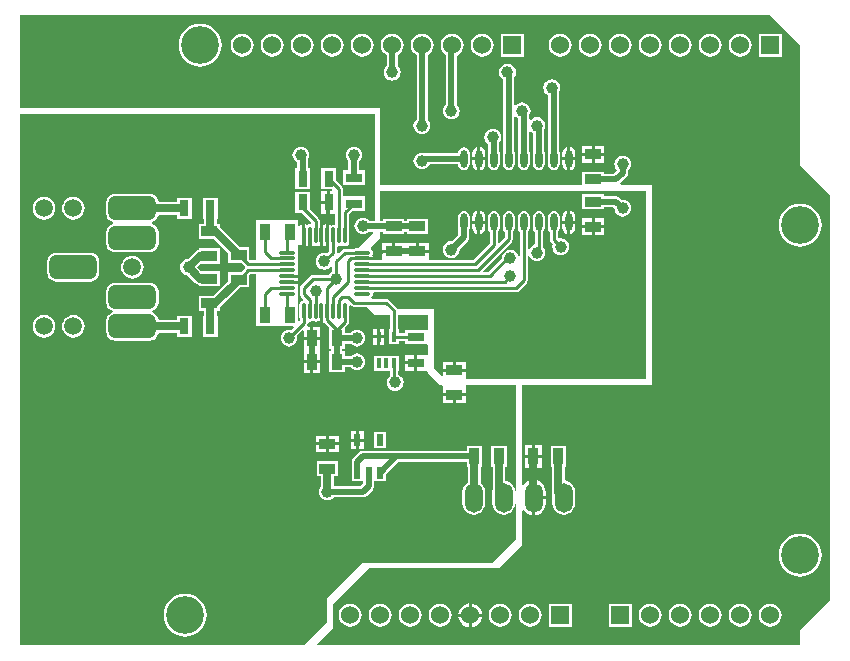
<source format=gtl>
%FSLAX25Y25*%
%MOIN*%
G70*
G01*
G75*
G04 Layer_Physical_Order=1*
G04 Layer_Color=255*
%ADD10R,0.05512X0.03543*%
%ADD11R,0.03543X0.05512*%
%ADD12O,0.05512X0.01181*%
%ADD13O,0.01181X0.05512*%
%ADD14O,0.02362X0.05906*%
%ADD15R,0.02362X0.03937*%
%ADD16R,0.01575X0.03347*%
%ADD17R,0.03150X0.05512*%
%ADD18R,0.05512X0.03150*%
%ADD19C,0.01000*%
%ADD20C,0.02000*%
%ADD21C,0.02500*%
%ADD22C,0.03937*%
%ADD23C,0.12598*%
%ADD24R,0.06000X0.06000*%
%ADD25C,0.06000*%
%ADD26O,0.05906X0.09843*%
G04:AMPARAMS|DCode=27|XSize=157.48mil|YSize=78.74mil|CornerRadius=19.69mil|HoleSize=0mil|Usage=FLASHONLY|Rotation=0.000|XOffset=0mil|YOffset=0mil|HoleType=Round|Shape=RoundedRectangle|*
%AMROUNDEDRECTD27*
21,1,0.15748,0.03937,0,0,0.0*
21,1,0.11811,0.07874,0,0,0.0*
1,1,0.03937,0.05906,-0.01969*
1,1,0.03937,-0.05906,-0.01969*
1,1,0.03937,-0.05906,0.01969*
1,1,0.03937,0.05906,0.01969*
%
%ADD27ROUNDEDRECTD27*%
%ADD28C,0.05906*%
G36*
X260000Y200000D02*
Y160000D01*
X270000Y150000D01*
Y15000D01*
X260000Y5000D01*
Y0D01*
X99079D01*
X98887Y462D01*
X104331Y5906D01*
Y13780D01*
X116142Y25591D01*
X159449D01*
Y25591D01*
X167323Y33465D01*
Y44855D01*
X167823Y45025D01*
X168283Y44425D01*
X169109Y43791D01*
X170071Y43393D01*
X170602Y43323D01*
Y49213D01*
Y55102D01*
X170071Y55032D01*
X169109Y54634D01*
X168283Y54000D01*
X167823Y53400D01*
X167323Y53570D01*
Y86614D01*
X210630D01*
Y153543D01*
X200095D01*
X199938Y153932D01*
X199930Y154043D01*
X202085Y156198D01*
X202483Y156794D01*
X202623Y157496D01*
Y158352D01*
X202762Y158458D01*
X203206Y159037D01*
X203485Y159710D01*
X203580Y160433D01*
X203485Y161156D01*
X203206Y161829D01*
X202762Y162408D01*
X202184Y162851D01*
X201510Y163130D01*
X200787Y163225D01*
X200065Y163130D01*
X199391Y162851D01*
X198813Y162408D01*
X198369Y161829D01*
X198090Y161156D01*
X197995Y160433D01*
X198090Y159710D01*
X198369Y159037D01*
X198813Y158459D01*
X198650Y157954D01*
X197846Y157150D01*
X194501D01*
Y157887D01*
X187389D01*
Y153543D01*
X120079D01*
Y179134D01*
X0D01*
Y210000D01*
X250000D01*
X260000Y200000D01*
D02*
G37*
G36*
X135827Y105418D02*
X135446Y105131D01*
X128334D01*
Y104081D01*
X126194D01*
Y105328D01*
X125932D01*
Y110236D01*
X135827D01*
Y105418D01*
D02*
G37*
G36*
X118110Y141508D02*
X116324D01*
X116148Y141738D01*
X115569Y142182D01*
X114896Y142461D01*
X114173Y142556D01*
X113451Y142461D01*
X112777Y142182D01*
X112199Y141738D01*
X111755Y141160D01*
X111476Y140487D01*
X111381Y139764D01*
X111476Y139041D01*
X111755Y138368D01*
X112199Y137789D01*
X112777Y137346D01*
X113451Y137066D01*
X114173Y136971D01*
X114896Y137066D01*
X115569Y137346D01*
X116148Y137789D01*
X116185Y137838D01*
X117446D01*
X117653Y137338D01*
X112638Y132323D01*
X111811D01*
X111347Y132231D01*
X108268D01*
X107761Y132130D01*
X107331Y131843D01*
X106109Y130622D01*
X105649Y130868D01*
X105656Y130905D01*
Y132650D01*
X106156Y133060D01*
X106299Y133031D01*
X106842Y133139D01*
X107283Y133434D01*
X107725Y133139D01*
X108268Y133031D01*
X108810Y133139D01*
X109270Y133446D01*
X109578Y133906D01*
X109686Y134449D01*
Y138779D01*
X109593Y139244D01*
Y143742D01*
X110720Y144869D01*
X114776D01*
Y149619D01*
X107665D01*
X107625Y150102D01*
Y151969D01*
X107524Y152476D01*
X107237Y152906D01*
X105131Y155011D01*
Y159068D01*
X100381D01*
Y151956D01*
X103984D01*
X104026Y151894D01*
X103758Y151394D01*
X103256D01*
Y147638D01*
Y143882D01*
X104974D01*
Y140578D01*
X104474Y140169D01*
X104331Y140197D01*
X103788Y140089D01*
X103520Y139910D01*
X103509Y139926D01*
X102983Y140278D01*
X102862Y140302D01*
Y136614D01*
Y132563D01*
X103005Y132445D01*
Y131455D01*
X102171Y130621D01*
X102101Y130650D01*
X101378Y130745D01*
X100655Y130650D01*
X99982Y130371D01*
X99403Y129927D01*
X98960Y129349D01*
X98681Y128675D01*
X98586Y127953D01*
X98681Y127230D01*
X98960Y126557D01*
X99403Y125978D01*
X99982Y125534D01*
X100655Y125256D01*
X101378Y125160D01*
X102101Y125256D01*
X102774Y125534D01*
X103352Y125978D01*
X103489Y126157D01*
X103990Y125987D01*
Y124495D01*
X103919Y124466D01*
X103340Y124022D01*
X102897Y123443D01*
X102867Y123373D01*
X97441D01*
X96934Y123272D01*
X96504Y122985D01*
X93551Y120032D01*
X93264Y119602D01*
X93163Y119095D01*
Y117126D01*
X93264Y116619D01*
X93551Y116189D01*
X94272Y115467D01*
X94108Y114925D01*
X93946Y114893D01*
X93486Y114585D01*
X93178Y114125D01*
X93070Y113583D01*
Y109252D01*
X93163Y108788D01*
Y108118D01*
X93020Y108014D01*
X92520Y108269D01*
Y120827D01*
X92567Y121063D01*
X92520Y121299D01*
Y122796D01*
X92567Y123031D01*
X92520Y123267D01*
Y133457D01*
X92602Y133515D01*
X93282Y133392D01*
X93341Y133302D01*
X93868Y132951D01*
X93988Y132927D01*
Y136614D01*
Y140302D01*
X93868Y140278D01*
X93341Y139926D01*
X93282Y139837D01*
X92602Y139713D01*
X92520Y139772D01*
Y141732D01*
X78740D01*
Y128294D01*
X76533D01*
X76390Y128437D01*
Y132690D01*
X73219D01*
X66548Y139361D01*
Y140564D01*
X65476D01*
Y142113D01*
X65761D01*
Y149225D01*
X61011D01*
Y142113D01*
X61296D01*
Y140564D01*
X59436D01*
Y135421D01*
X64576D01*
X69279Y130718D01*
Y127547D01*
X73532D01*
X74752Y126327D01*
X75011Y125984D01*
X74752Y125642D01*
X73532Y124422D01*
X69279D01*
Y121250D01*
X64576Y116548D01*
X59436D01*
Y111405D01*
X61296D01*
Y109855D01*
X61011D01*
Y102743D01*
X65761D01*
Y109855D01*
X65476D01*
Y111405D01*
X66548D01*
Y112608D01*
X73219Y119279D01*
X76390D01*
Y123532D01*
X76533Y123674D01*
X78740D01*
Y106299D01*
X90976D01*
X91167Y105837D01*
X90360Y105030D01*
X90290Y105059D01*
X89567Y105155D01*
X88844Y105059D01*
X88171Y104780D01*
X87592Y104337D01*
X87149Y103758D01*
X86870Y103085D01*
X86774Y102362D01*
X86870Y101639D01*
X87149Y100966D01*
X87592Y100388D01*
X88171Y99944D01*
X88844Y99665D01*
X89567Y99570D01*
X90290Y99665D01*
X90963Y99944D01*
X91541Y100388D01*
X91985Y100966D01*
X92264Y101639D01*
X92359Y102362D01*
X92264Y103085D01*
X92235Y103156D01*
X94011Y104931D01*
X94472Y104740D01*
Y102862D01*
X96744D01*
Y106118D01*
X95874D01*
X95607Y106618D01*
X95713Y106776D01*
X95814Y107283D01*
Y107454D01*
X96314Y107863D01*
X96457Y107834D01*
X96999Y107942D01*
X97441Y108237D01*
X97883Y107942D01*
X98425Y107834D01*
X98968Y107942D01*
X99236Y108122D01*
X99247Y108105D01*
X99773Y107754D01*
X99894Y107730D01*
Y111417D01*
X100894D01*
Y107721D01*
X101026Y107742D01*
X101381Y107397D01*
X101425Y107331D01*
X102940Y105815D01*
Y98806D01*
X103676D01*
Y98044D01*
X102940D01*
Y90932D01*
X108083D01*
Y92653D01*
X110123D01*
X110230Y92514D01*
X110809Y92070D01*
X111482Y91791D01*
X112205Y91696D01*
X112927Y91791D01*
X113601Y92070D01*
X114179Y92514D01*
X114623Y93092D01*
X114902Y93765D01*
X114997Y94488D01*
X114902Y95211D01*
X114623Y95884D01*
X114179Y96463D01*
X113601Y96907D01*
X112927Y97185D01*
X112205Y97281D01*
X111482Y97185D01*
X110809Y96907D01*
X110230Y96463D01*
X110123Y96324D01*
X108083D01*
Y98044D01*
X107347D01*
Y98806D01*
X108083D01*
Y100527D01*
X110123D01*
X110230Y100388D01*
X110809Y99944D01*
X111482Y99665D01*
X112205Y99570D01*
X112927Y99665D01*
X113601Y99944D01*
X114179Y100388D01*
X114623Y100966D01*
X114902Y101639D01*
X114997Y102362D01*
X114902Y103085D01*
X114623Y103758D01*
X114179Y104337D01*
X113601Y104780D01*
X112927Y105059D01*
X112205Y105155D01*
X111482Y105059D01*
X110809Y104780D01*
X110230Y104337D01*
X110123Y104198D01*
X108083D01*
Y105815D01*
X109205Y106937D01*
X109492Y107367D01*
X109593Y107874D01*
Y108788D01*
X109686Y109252D01*
Y113127D01*
X110186Y113334D01*
X110283Y113236D01*
X110713Y112949D01*
X111221Y112848D01*
X115499D01*
X118110Y110236D01*
X123281D01*
Y105328D01*
X123019D01*
Y100381D01*
X126194D01*
Y101430D01*
X128334D01*
Y100381D01*
X135446D01*
X135827Y100094D01*
Y97094D01*
X135646Y96669D01*
X135327Y96669D01*
X132390D01*
Y94095D01*
Y91520D01*
X135327D01*
X135646Y91520D01*
X135827Y91095D01*
Y91095D01*
Y90551D01*
X139764Y86614D01*
X140635D01*
X140929Y86236D01*
X140929Y86114D01*
Y83965D01*
X148441D01*
Y86114D01*
X148441Y86236D01*
X148736Y86614D01*
X165354D01*
Y51466D01*
X164854Y51433D01*
X164759Y52161D01*
X164380Y53074D01*
X163779Y53858D01*
X162995Y54459D01*
X162082Y54837D01*
X161736Y54883D01*
Y59436D01*
X162217D01*
Y66548D01*
X157074D01*
Y59436D01*
X157555D01*
Y52425D01*
X157446Y52161D01*
X157317Y51181D01*
Y47244D01*
X157446Y46264D01*
X157824Y45351D01*
X158426Y44568D01*
X159210Y43966D01*
X160123Y43588D01*
X161102Y43459D01*
X162082Y43588D01*
X162995Y43966D01*
X163779Y44568D01*
X164380Y45351D01*
X164759Y46264D01*
X164854Y46992D01*
X165354Y46959D01*
Y35433D01*
X165354D01*
X157480Y27559D01*
X114173D01*
X102362Y15748D01*
Y7874D01*
Y7874D01*
X94488Y0D01*
X0D01*
Y177165D01*
X118110D01*
Y141508D01*
D02*
G37*
G36*
X208661Y88583D02*
X148736D01*
X148441Y88961D01*
Y91232D01*
X140929D01*
Y90039D01*
X140467Y89848D01*
X137795Y92520D01*
Y110236D01*
Y112205D01*
X125775D01*
X125543Y112551D01*
X122985Y115111D01*
X122555Y115398D01*
X122047Y115499D01*
X117109D01*
X116964Y115976D01*
X116978Y116013D01*
X117144Y116123D01*
X117452Y116583D01*
X117560Y117126D01*
X117531Y117269D01*
X117940Y117769D01*
X165354D01*
X165862Y117870D01*
X166292Y118157D01*
X168792Y120657D01*
X169079Y121087D01*
X169180Y121595D01*
Y129762D01*
X169680Y129862D01*
X169826Y129509D01*
X170270Y128931D01*
X170848Y128487D01*
X171521Y128208D01*
X172244Y128113D01*
X172967Y128208D01*
X173640Y128487D01*
X174219Y128931D01*
X174662Y129509D01*
X174941Y130183D01*
X175037Y130905D01*
X174941Y131628D01*
X174662Y132302D01*
X174219Y132880D01*
X174180Y132910D01*
Y137676D01*
X174283Y137745D01*
X174721Y138400D01*
X174874Y139173D01*
Y142717D01*
X174721Y143490D01*
X174283Y144145D01*
X173627Y144583D01*
X172854Y144736D01*
X172081Y144583D01*
X171426Y144145D01*
X170988Y143490D01*
X170834Y142717D01*
Y139173D01*
X170988Y138400D01*
X171426Y137745D01*
X171529Y137676D01*
Y133604D01*
X171521Y133603D01*
X170848Y133324D01*
X170270Y132880D01*
X169826Y132302D01*
X169680Y131949D01*
X169180Y132049D01*
Y137676D01*
X169283Y137745D01*
X169720Y138400D01*
X169874Y139173D01*
Y142717D01*
X169720Y143490D01*
X169283Y144145D01*
X168627Y144583D01*
X167854Y144736D01*
X167081Y144583D01*
X166426Y144145D01*
X165988Y143490D01*
X165834Y142717D01*
Y139173D01*
X165988Y138400D01*
X166426Y137745D01*
X166529Y137676D01*
Y129890D01*
X166029Y129791D01*
X165804Y130333D01*
X165360Y130912D01*
X164782Y131355D01*
X164109Y131634D01*
X163386Y131729D01*
X162663Y131634D01*
X161990Y131355D01*
X161411Y130912D01*
X160968Y130333D01*
X160689Y129660D01*
X160603Y129013D01*
X155947Y124357D01*
X154444D01*
X154253Y124819D01*
X163792Y134358D01*
X164079Y134788D01*
X164180Y135295D01*
Y137676D01*
X164283Y137745D01*
X164720Y138400D01*
X164874Y139173D01*
Y142717D01*
X164720Y143490D01*
X164283Y144145D01*
X163627Y144583D01*
X162854Y144736D01*
X162081Y144583D01*
X161426Y144145D01*
X160988Y143490D01*
X160834Y142717D01*
Y139173D01*
X160988Y138400D01*
X161426Y137745D01*
X161529Y137676D01*
Y135844D01*
X159642Y133957D01*
X159180Y134149D01*
Y137676D01*
X159283Y137745D01*
X159721Y138400D01*
X159874Y139173D01*
Y142717D01*
X159721Y143490D01*
X159283Y144145D01*
X158627Y144583D01*
X157854Y144736D01*
X157081Y144583D01*
X156426Y144145D01*
X155988Y143490D01*
X155834Y142717D01*
Y139173D01*
X155988Y138400D01*
X156426Y137745D01*
X156529Y137676D01*
Y133797D01*
X151026Y128294D01*
X136489D01*
X136130Y128634D01*
X136130Y128794D01*
Y130905D01*
X132374D01*
Y131405D01*
X131874D01*
Y134177D01*
X128756D01*
X128618Y134177D01*
X128437D01*
X128256D01*
X128118Y134177D01*
X125000D01*
Y131405D01*
X124500D01*
Y130905D01*
X120744D01*
Y128794D01*
X120744Y128634D01*
X120385Y128294D01*
X120385Y128294D01*
X118145D01*
X118028Y128437D01*
X113976D01*
Y129437D01*
X117664D01*
X117640Y129558D01*
X117288Y130084D01*
X117272Y130095D01*
X117452Y130363D01*
X117560Y130905D01*
X117452Y131448D01*
X117144Y131908D01*
X116978Y132019D01*
X116896Y132644D01*
X120079Y135827D01*
Y137838D01*
X120944D01*
Y137102D01*
X128056D01*
Y137838D01*
X128818D01*
Y137102D01*
X135930D01*
Y142245D01*
X128818D01*
Y141508D01*
X128056D01*
Y142245D01*
X120944D01*
Y141508D01*
X120079D01*
Y151575D01*
X208661D01*
Y88583D01*
D02*
G37*
%LPC*%
G36*
X126194Y96469D02*
X117901D01*
Y91523D01*
X123281D01*
Y89769D01*
X123026Y89573D01*
X122582Y88995D01*
X122303Y88321D01*
X122208Y87598D01*
X122303Y86876D01*
X122582Y86202D01*
X123026Y85624D01*
X123604Y85180D01*
X124277Y84901D01*
X125000Y84806D01*
X125723Y84901D01*
X126396Y85180D01*
X126974Y85624D01*
X127418Y86202D01*
X127697Y86876D01*
X127792Y87598D01*
X127697Y88321D01*
X127418Y88995D01*
X126974Y89573D01*
X126396Y90017D01*
X125932Y90209D01*
Y91523D01*
X126194D01*
Y96469D01*
D02*
G37*
G36*
X96744Y93988D02*
X94472D01*
Y90732D01*
X96744D01*
Y93988D01*
D02*
G37*
G36*
X100016D02*
X97744D01*
Y90732D01*
X100016D01*
Y93988D01*
D02*
G37*
G36*
X144185Y94504D02*
X140929D01*
Y92232D01*
X144185D01*
Y94504D01*
D02*
G37*
G36*
X131390Y93594D02*
X128134D01*
Y91520D01*
X131390D01*
Y93594D01*
D02*
G37*
G36*
X106118Y69898D02*
X102862D01*
Y67626D01*
X106118D01*
Y69898D01*
D02*
G37*
G36*
X101862D02*
X98606D01*
Y67626D01*
X101862D01*
Y69898D01*
D02*
G37*
G36*
X121863Y71174D02*
X117901D01*
Y65637D01*
X121863D01*
Y71174D01*
D02*
G37*
G36*
X111902Y71374D02*
X110221D01*
Y68906D01*
X111902D01*
Y71374D01*
D02*
G37*
G36*
X148441Y82965D02*
X145185D01*
Y80693D01*
X148441D01*
Y82965D01*
D02*
G37*
G36*
X144185D02*
X140929D01*
Y80693D01*
X144185D01*
Y82965D01*
D02*
G37*
G36*
X114583Y71374D02*
X112902D01*
Y68906D01*
X114583D01*
Y71374D01*
D02*
G37*
G36*
X148441Y94504D02*
X145185D01*
Y92232D01*
X148441D01*
Y94504D01*
D02*
G37*
G36*
X121276Y105528D02*
X119988D01*
Y103354D01*
X121276D01*
Y105528D01*
D02*
G37*
G36*
X118988D02*
X117701D01*
Y103354D01*
X118988D01*
Y105528D01*
D02*
G37*
G36*
X100016Y106118D02*
X97744D01*
Y102862D01*
X100016D01*
Y106118D01*
D02*
G37*
G36*
X66548Y132296D02*
X59436D01*
Y131734D01*
X59043Y131656D01*
X58771Y131474D01*
X58364Y131202D01*
X58364Y131202D01*
X55914Y128752D01*
X55380Y128682D01*
X54706Y128402D01*
X54128Y127959D01*
X53684Y127380D01*
X53405Y126707D01*
X53310Y125984D01*
X53405Y125261D01*
X53684Y124588D01*
X54128Y124010D01*
X54706Y123566D01*
X55380Y123287D01*
X55914Y123217D01*
X58364Y120766D01*
X59043Y120313D01*
X59436Y120235D01*
Y119673D01*
X66548D01*
Y124816D01*
X60227D01*
X59058Y125984D01*
X60227Y127153D01*
X66548D01*
Y132296D01*
D02*
G37*
G36*
X177854Y144736D02*
X177081Y144583D01*
X176426Y144145D01*
X175988Y143490D01*
X175834Y142717D01*
Y139173D01*
X175988Y138400D01*
X176426Y137745D01*
X176529Y137676D01*
Y135138D01*
X176630Y134631D01*
X176917Y134201D01*
X177450Y133668D01*
X177421Y133597D01*
X177326Y132874D01*
X177421Y132151D01*
X177700Y131478D01*
X178144Y130900D01*
X178722Y130456D01*
X179395Y130177D01*
X180118Y130082D01*
X180841Y130177D01*
X181514Y130456D01*
X182093Y130900D01*
X182536Y131478D01*
X182815Y132151D01*
X182911Y132874D01*
X182815Y133597D01*
X182536Y134270D01*
X182093Y134848D01*
X181514Y135292D01*
X180841Y135571D01*
X180118Y135666D01*
X179646Y135604D01*
X179213Y135953D01*
X179180Y136023D01*
Y137676D01*
X179283Y137745D01*
X179720Y138400D01*
X179874Y139173D01*
Y142717D01*
X179720Y143490D01*
X179283Y144145D01*
X178627Y144583D01*
X177854Y144736D01*
D02*
G37*
G36*
X37402Y129769D02*
X36422Y129640D01*
X35509Y129262D01*
X34725Y128661D01*
X34124Y127877D01*
X33745Y126964D01*
X33616Y125984D01*
X33745Y125005D01*
X34124Y124092D01*
X34725Y123308D01*
X35509Y122706D01*
X36422Y122328D01*
X37402Y122199D01*
X38381Y122328D01*
X39294Y122706D01*
X40078Y123308D01*
X40680Y124092D01*
X41058Y125005D01*
X41187Y125984D01*
X41058Y126964D01*
X40680Y127877D01*
X40078Y128661D01*
X39294Y129262D01*
X38381Y129640D01*
X37402Y129769D01*
D02*
G37*
G36*
X23622Y130745D02*
X11811D01*
X11088Y130650D01*
X10415Y130371D01*
X9837Y129927D01*
X9393Y129349D01*
X9114Y128675D01*
X9019Y127953D01*
Y124016D01*
X9114Y123293D01*
X9393Y122619D01*
X9837Y122041D01*
X10415Y121598D01*
X11088Y121318D01*
X11811Y121223D01*
X23622D01*
X24345Y121318D01*
X25018Y121598D01*
X25597Y122041D01*
X26040Y122619D01*
X26319Y123293D01*
X26414Y124016D01*
Y127953D01*
X26319Y128675D01*
X26040Y129349D01*
X25597Y129927D01*
X25018Y130371D01*
X24345Y130650D01*
X23622Y130745D01*
D02*
G37*
G36*
X118988Y102354D02*
X117701D01*
Y100181D01*
X118988D01*
Y102354D01*
D02*
G37*
G36*
X100016Y101862D02*
X94472D01*
Y98744D01*
X94472Y98606D01*
Y98425D01*
Y98244D01*
X94472Y98106D01*
Y94988D01*
X100016D01*
Y98106D01*
X100016Y98244D01*
Y98425D01*
Y98606D01*
X100016Y98744D01*
Y101862D01*
D02*
G37*
G36*
X131390Y96669D02*
X128134D01*
Y94595D01*
X131390D01*
Y96669D01*
D02*
G37*
G36*
X121276Y102354D02*
X119988D01*
Y100181D01*
X121276D01*
Y102354D01*
D02*
G37*
G36*
X43307Y120903D02*
X31496D01*
X30773Y120808D01*
X30100Y120528D01*
X29522Y120085D01*
X29078Y119506D01*
X28799Y118833D01*
X28704Y118110D01*
Y114173D01*
X28799Y113451D01*
X29078Y112777D01*
X29522Y112199D01*
X30100Y111755D01*
X30773Y111476D01*
X30799Y111473D01*
Y110968D01*
X30773Y110965D01*
X30100Y110686D01*
X29522Y110242D01*
X29078Y109664D01*
X28799Y108990D01*
X28704Y108268D01*
Y104331D01*
X28799Y103608D01*
X29078Y102935D01*
X29522Y102356D01*
X30100Y101912D01*
X30773Y101634D01*
X31496Y101538D01*
X43307D01*
X44030Y101634D01*
X44703Y101912D01*
X45282Y102356D01*
X45725Y102935D01*
X46004Y103608D01*
X46084Y104209D01*
X52350D01*
Y102743D01*
X57099D01*
Y109855D01*
X52350D01*
Y108389D01*
X46084D01*
X46004Y108990D01*
X45725Y109664D01*
X45282Y110242D01*
X44703Y110686D01*
X44030Y110965D01*
X44004Y110968D01*
Y111473D01*
X44030Y111476D01*
X44703Y111755D01*
X45282Y112199D01*
X45725Y112777D01*
X46004Y113451D01*
X46099Y114173D01*
Y118110D01*
X46004Y118833D01*
X45725Y119506D01*
X45282Y120085D01*
X44703Y120528D01*
X44030Y120808D01*
X43307Y120903D01*
D02*
G37*
G36*
X17717Y110084D02*
X16737Y109955D01*
X15824Y109577D01*
X15040Y108976D01*
X14438Y108192D01*
X14060Y107279D01*
X13931Y106299D01*
X14060Y105320D01*
X14438Y104407D01*
X15040Y103623D01*
X15824Y103021D01*
X16737Y102643D01*
X17717Y102514D01*
X18696Y102643D01*
X19609Y103021D01*
X20393Y103623D01*
X20995Y104407D01*
X21373Y105320D01*
X21502Y106299D01*
X21373Y107279D01*
X20995Y108192D01*
X20393Y108976D01*
X19609Y109577D01*
X18696Y109955D01*
X17717Y110084D01*
D02*
G37*
G36*
X7874D02*
X6894Y109955D01*
X5982Y109577D01*
X5198Y108976D01*
X4596Y108192D01*
X4218Y107279D01*
X4089Y106299D01*
X4218Y105320D01*
X4596Y104407D01*
X5198Y103623D01*
X5982Y103021D01*
X6894Y102643D01*
X7874Y102514D01*
X8854Y102643D01*
X9767Y103021D01*
X10550Y103623D01*
X11152Y104407D01*
X11530Y105320D01*
X11659Y106299D01*
X11530Y107279D01*
X11152Y108192D01*
X10550Y108976D01*
X9767Y109577D01*
X8854Y109955D01*
X7874Y110084D01*
D02*
G37*
G36*
X114583Y67905D02*
X112902D01*
Y65437D01*
X114583D01*
Y67905D01*
D02*
G37*
G36*
X220000Y13833D02*
X219008Y13702D01*
X218084Y13319D01*
X217290Y12710D01*
X216681Y11916D01*
X216298Y10992D01*
X216167Y10000D01*
X216298Y9008D01*
X216681Y8084D01*
X217290Y7290D01*
X218084Y6681D01*
X219008Y6298D01*
X220000Y6167D01*
X220992Y6298D01*
X221916Y6681D01*
X222710Y7290D01*
X223319Y8084D01*
X223702Y9008D01*
X223833Y10000D01*
X223702Y10992D01*
X223319Y11916D01*
X222710Y12710D01*
X221916Y13319D01*
X220992Y13702D01*
X220000Y13833D01*
D02*
G37*
G36*
X210000D02*
X209008Y13702D01*
X208084Y13319D01*
X207290Y12710D01*
X206681Y11916D01*
X206298Y10992D01*
X206167Y10000D01*
X206298Y9008D01*
X206681Y8084D01*
X207290Y7290D01*
X208084Y6681D01*
X209008Y6298D01*
X210000Y6167D01*
X210992Y6298D01*
X211916Y6681D01*
X212710Y7290D01*
X213319Y8084D01*
X213702Y9008D01*
X213833Y10000D01*
X213702Y10992D01*
X213319Y11916D01*
X212710Y12710D01*
X211916Y13319D01*
X210992Y13702D01*
X210000Y13833D01*
D02*
G37*
G36*
X170000D02*
X169008Y13702D01*
X168084Y13319D01*
X167290Y12710D01*
X166681Y11916D01*
X166298Y10992D01*
X166167Y10000D01*
X166298Y9008D01*
X166681Y8084D01*
X167290Y7290D01*
X168084Y6681D01*
X169008Y6298D01*
X170000Y6167D01*
X170992Y6298D01*
X171916Y6681D01*
X172710Y7290D01*
X173319Y8084D01*
X173702Y9008D01*
X173833Y10000D01*
X173702Y10992D01*
X173319Y11916D01*
X172710Y12710D01*
X171916Y13319D01*
X170992Y13702D01*
X170000Y13833D01*
D02*
G37*
G36*
X230000D02*
X229008Y13702D01*
X228084Y13319D01*
X227290Y12710D01*
X226681Y11916D01*
X226298Y10992D01*
X226167Y10000D01*
X226298Y9008D01*
X226681Y8084D01*
X227290Y7290D01*
X228084Y6681D01*
X229008Y6298D01*
X230000Y6167D01*
X230992Y6298D01*
X231916Y6681D01*
X232710Y7290D01*
X233319Y8084D01*
X233702Y9008D01*
X233833Y10000D01*
X233702Y10992D01*
X233319Y11916D01*
X232710Y12710D01*
X231916Y13319D01*
X230992Y13702D01*
X230000Y13833D01*
D02*
G37*
G36*
X183800Y13800D02*
X176200D01*
Y6200D01*
X183800D01*
Y13800D01*
D02*
G37*
G36*
X250000Y13833D02*
X249008Y13702D01*
X248084Y13319D01*
X247290Y12710D01*
X246681Y11916D01*
X246298Y10992D01*
X246167Y10000D01*
X246298Y9008D01*
X246681Y8084D01*
X247290Y7290D01*
X248084Y6681D01*
X249008Y6298D01*
X250000Y6167D01*
X250992Y6298D01*
X251916Y6681D01*
X252710Y7290D01*
X253319Y8084D01*
X253702Y9008D01*
X253833Y10000D01*
X253702Y10992D01*
X253319Y11916D01*
X252710Y12710D01*
X251916Y13319D01*
X250992Y13702D01*
X250000Y13833D01*
D02*
G37*
G36*
X240000D02*
X239008Y13702D01*
X238084Y13319D01*
X237290Y12710D01*
X236681Y11916D01*
X236298Y10992D01*
X236167Y10000D01*
X236298Y9008D01*
X236681Y8084D01*
X237290Y7290D01*
X238084Y6681D01*
X239008Y6298D01*
X240000Y6167D01*
X240992Y6298D01*
X241916Y6681D01*
X242710Y7290D01*
X243319Y8084D01*
X243702Y9008D01*
X243833Y10000D01*
X243702Y10992D01*
X243319Y11916D01*
X242710Y12710D01*
X241916Y13319D01*
X240992Y13702D01*
X240000Y13833D01*
D02*
G37*
G36*
X160000D02*
X159008Y13702D01*
X158084Y13319D01*
X157290Y12710D01*
X156681Y11916D01*
X156298Y10992D01*
X156167Y10000D01*
X156298Y9008D01*
X156681Y8084D01*
X157290Y7290D01*
X158084Y6681D01*
X159008Y6298D01*
X160000Y6167D01*
X160992Y6298D01*
X161916Y6681D01*
X162710Y7290D01*
X163319Y8084D01*
X163702Y9008D01*
X163833Y10000D01*
X163702Y10992D01*
X163319Y11916D01*
X162710Y12710D01*
X161916Y13319D01*
X160992Y13702D01*
X160000Y13833D01*
D02*
G37*
G36*
X153969Y9500D02*
X150500D01*
Y6031D01*
X151044Y6103D01*
X152017Y6506D01*
X152853Y7147D01*
X153494Y7983D01*
X153897Y8956D01*
X153969Y9500D01*
D02*
G37*
G36*
X149500D02*
X146031D01*
X146103Y8956D01*
X146506Y7983D01*
X147147Y7147D01*
X147983Y6506D01*
X148956Y6103D01*
X149500Y6031D01*
Y9500D01*
D02*
G37*
G36*
X55000Y17134D02*
X53608Y16996D01*
X52270Y16590D01*
X51037Y15931D01*
X49956Y15044D01*
X49069Y13963D01*
X48409Y12730D01*
X48004Y11392D01*
X47866Y10000D01*
X48004Y8608D01*
X48409Y7270D01*
X49069Y6037D01*
X49956Y4956D01*
X51037Y4069D01*
X52270Y3409D01*
X53608Y3004D01*
X55000Y2866D01*
X56392Y3004D01*
X57730Y3409D01*
X58963Y4069D01*
X60044Y4956D01*
X60931Y6037D01*
X61590Y7270D01*
X61997Y8608D01*
X62134Y10000D01*
X61997Y11392D01*
X61590Y12730D01*
X60931Y13963D01*
X60044Y15044D01*
X58963Y15931D01*
X57730Y16590D01*
X56392Y16996D01*
X55000Y17134D01*
D02*
G37*
G36*
X110000Y13833D02*
X109008Y13702D01*
X108084Y13319D01*
X107290Y12710D01*
X106681Y11916D01*
X106298Y10992D01*
X106167Y10000D01*
X106298Y9008D01*
X106681Y8084D01*
X107290Y7290D01*
X108084Y6681D01*
X109008Y6298D01*
X110000Y6167D01*
X110992Y6298D01*
X111916Y6681D01*
X112710Y7290D01*
X113319Y8084D01*
X113702Y9008D01*
X113833Y10000D01*
X113702Y10992D01*
X113319Y11916D01*
X112710Y12710D01*
X111916Y13319D01*
X110992Y13702D01*
X110000Y13833D01*
D02*
G37*
G36*
X140000D02*
X139008Y13702D01*
X138084Y13319D01*
X137290Y12710D01*
X136681Y11916D01*
X136298Y10992D01*
X136167Y10000D01*
X136298Y9008D01*
X136681Y8084D01*
X137290Y7290D01*
X138084Y6681D01*
X139008Y6298D01*
X140000Y6167D01*
X140992Y6298D01*
X141916Y6681D01*
X142710Y7290D01*
X143319Y8084D01*
X143702Y9008D01*
X143833Y10000D01*
X143702Y10992D01*
X143319Y11916D01*
X142710Y12710D01*
X141916Y13319D01*
X140992Y13702D01*
X140000Y13833D01*
D02*
G37*
G36*
X130000D02*
X129008Y13702D01*
X128084Y13319D01*
X127290Y12710D01*
X126681Y11916D01*
X126298Y10992D01*
X126167Y10000D01*
X126298Y9008D01*
X126681Y8084D01*
X127290Y7290D01*
X128084Y6681D01*
X129008Y6298D01*
X130000Y6167D01*
X130992Y6298D01*
X131916Y6681D01*
X132710Y7290D01*
X133319Y8084D01*
X133702Y9008D01*
X133833Y10000D01*
X133702Y10992D01*
X133319Y11916D01*
X132710Y12710D01*
X131916Y13319D01*
X130992Y13702D01*
X130000Y13833D01*
D02*
G37*
G36*
X120000D02*
X119008Y13702D01*
X118084Y13319D01*
X117290Y12710D01*
X116681Y11916D01*
X116298Y10992D01*
X116167Y10000D01*
X116298Y9008D01*
X116681Y8084D01*
X117290Y7290D01*
X118084Y6681D01*
X119008Y6298D01*
X120000Y6167D01*
X120992Y6298D01*
X121916Y6681D01*
X122710Y7290D01*
X123319Y8084D01*
X123702Y9008D01*
X123833Y10000D01*
X123702Y10992D01*
X123319Y11916D01*
X122710Y12710D01*
X121916Y13319D01*
X120992Y13702D01*
X120000Y13833D01*
D02*
G37*
G36*
X170563Y66748D02*
X168291D01*
Y63492D01*
X170563D01*
Y66748D01*
D02*
G37*
G36*
X173835Y62492D02*
X171563D01*
Y59236D01*
X173835D01*
Y62492D01*
D02*
G37*
G36*
X170563D02*
X168291D01*
Y59236D01*
X170563D01*
Y62492D01*
D02*
G37*
G36*
X173835Y66748D02*
X171563D01*
Y63492D01*
X173835D01*
Y66748D01*
D02*
G37*
G36*
X111902Y67905D02*
X110221D01*
Y65437D01*
X111902D01*
Y67905D01*
D02*
G37*
G36*
X106118Y66626D02*
X102862D01*
Y64354D01*
X106118D01*
Y66626D01*
D02*
G37*
G36*
X101862D02*
X98606D01*
Y64354D01*
X101862D01*
Y66626D01*
D02*
G37*
G36*
X153950Y66548D02*
X148806D01*
Y64827D01*
X114173D01*
X113471Y64688D01*
X112875Y64290D01*
X111104Y62518D01*
X110706Y61923D01*
X110683Y61806D01*
X110566Y61221D01*
Y60347D01*
X110421D01*
Y54810D01*
X114306D01*
Y53910D01*
X113413Y53016D01*
X104452D01*
Y56287D01*
X105918D01*
Y61430D01*
X98806D01*
Y56287D01*
X100272D01*
Y53005D01*
X99944Y52577D01*
X99665Y51904D01*
X99570Y51181D01*
X99665Y50458D01*
X99944Y49785D01*
X100388Y49207D01*
X100966Y48763D01*
X101639Y48484D01*
X102362Y48389D01*
X103085Y48484D01*
X103758Y48763D01*
X104337Y49207D01*
X104444Y49346D01*
X114173D01*
X114759Y49462D01*
X114875Y49485D01*
X115471Y49883D01*
X117439Y51852D01*
X117705Y52250D01*
X117837Y52447D01*
X117977Y53150D01*
Y54810D01*
X121863D01*
Y56964D01*
X126056Y61157D01*
X148806D01*
Y59436D01*
X149288D01*
Y54491D01*
X149210Y54459D01*
X148426Y53858D01*
X147824Y53074D01*
X147446Y52161D01*
X147317Y51181D01*
Y47244D01*
X147446Y46264D01*
X147824Y45351D01*
X148426Y44568D01*
X149210Y43966D01*
X150123Y43588D01*
X151102Y43459D01*
X152082Y43588D01*
X152995Y43966D01*
X153779Y44568D01*
X154380Y45351D01*
X154759Y46264D01*
X154887Y47244D01*
Y51181D01*
X154759Y52161D01*
X154380Y53074D01*
X153779Y53858D01*
X153468Y54096D01*
Y59436D01*
X153950D01*
Y66548D01*
D02*
G37*
G36*
X150500Y13969D02*
Y10500D01*
X153969D01*
X153897Y11044D01*
X153494Y12017D01*
X152853Y12853D01*
X152017Y13494D01*
X151044Y13897D01*
X150500Y13969D01*
D02*
G37*
G36*
X149500D02*
X148956Y13897D01*
X147983Y13494D01*
X147147Y12853D01*
X146506Y12017D01*
X146103Y11044D01*
X146031Y10500D01*
X149500D01*
Y13969D01*
D02*
G37*
G36*
X203800Y13800D02*
X196200D01*
Y6200D01*
X203800D01*
Y13800D01*
D02*
G37*
G36*
X260000Y37134D02*
X258608Y36996D01*
X257270Y36591D01*
X256037Y35931D01*
X254956Y35044D01*
X254069Y33963D01*
X253410Y32730D01*
X253004Y31392D01*
X252866Y30000D01*
X253004Y28608D01*
X253410Y27270D01*
X254069Y26037D01*
X254956Y24956D01*
X256037Y24069D01*
X257270Y23410D01*
X258608Y23004D01*
X260000Y22866D01*
X261392Y23004D01*
X262730Y23410D01*
X263963Y24069D01*
X265044Y24956D01*
X265931Y26037D01*
X266590Y27270D01*
X266997Y28608D01*
X267134Y30000D01*
X266997Y31392D01*
X266590Y32730D01*
X265931Y33963D01*
X265044Y35044D01*
X263963Y35931D01*
X262730Y36591D01*
X261392Y36996D01*
X260000Y37134D01*
D02*
G37*
G36*
X171602Y55102D02*
Y49713D01*
X175089D01*
Y51181D01*
X174953Y52213D01*
X174555Y53175D01*
X173922Y54000D01*
X173096Y54634D01*
X172134Y55032D01*
X171602Y55102D01*
D02*
G37*
G36*
X181902Y66548D02*
X176759D01*
Y59436D01*
X177241D01*
Y50984D01*
X177241Y50984D01*
X177317Y50599D01*
Y47244D01*
X177446Y46264D01*
X177824Y45351D01*
X178426Y44568D01*
X179210Y43966D01*
X180123Y43588D01*
X181102Y43459D01*
X182082Y43588D01*
X182995Y43966D01*
X183779Y44568D01*
X184380Y45351D01*
X184758Y46264D01*
X184888Y47244D01*
Y51181D01*
X184758Y52161D01*
X184380Y53074D01*
X183779Y53858D01*
X182995Y54459D01*
X182082Y54837D01*
X181421Y54924D01*
Y59436D01*
X181902D01*
Y66548D01*
D02*
G37*
G36*
X175089Y48713D02*
X171602D01*
Y43323D01*
X172134Y43393D01*
X173096Y43791D01*
X173922Y44425D01*
X174555Y45251D01*
X174953Y46212D01*
X175089Y47244D01*
Y48713D01*
D02*
G37*
G36*
X194701Y166354D02*
X191445D01*
Y164083D01*
X194701D01*
Y166354D01*
D02*
G37*
G36*
X190445D02*
X187189D01*
Y164083D01*
X190445D01*
Y166354D01*
D02*
G37*
G36*
X147854Y165996D02*
X147081Y165842D01*
X146426Y165405D01*
X145988Y164749D01*
X145847Y164040D01*
X134761D01*
X134581Y164115D01*
X133858Y164210D01*
X133135Y164115D01*
X132462Y163836D01*
X131884Y163392D01*
X131440Y162813D01*
X131161Y162140D01*
X131066Y161417D01*
X131161Y160695D01*
X131440Y160021D01*
X131884Y159443D01*
X132462Y158999D01*
X133135Y158720D01*
X133858Y158625D01*
X134581Y158720D01*
X135255Y158999D01*
X135833Y159443D01*
X136276Y160021D01*
X136421Y160370D01*
X145847D01*
X145988Y159660D01*
X146426Y159005D01*
X147081Y158567D01*
X147854Y158413D01*
X148627Y158567D01*
X149283Y159005D01*
X149721Y159660D01*
X149874Y160433D01*
Y163976D01*
X149721Y164749D01*
X149283Y165405D01*
X148627Y165842D01*
X147854Y165996D01*
D02*
G37*
G36*
X134000Y203833D02*
X133008Y203702D01*
X132084Y203319D01*
X131290Y202710D01*
X130681Y201916D01*
X130298Y200992D01*
X130167Y200000D01*
X130298Y199008D01*
X130681Y198084D01*
X131290Y197290D01*
X132084Y196681D01*
X132165Y196647D01*
Y175418D01*
X131884Y175203D01*
X131440Y174625D01*
X131161Y173951D01*
X131066Y173228D01*
X131161Y172506D01*
X131440Y171832D01*
X131884Y171254D01*
X132462Y170810D01*
X133135Y170531D01*
X133858Y170436D01*
X134581Y170531D01*
X135255Y170810D01*
X135833Y171254D01*
X136276Y171832D01*
X136556Y172506D01*
X136651Y173228D01*
X136556Y173951D01*
X136276Y174625D01*
X135835Y175200D01*
Y196647D01*
X135916Y196681D01*
X136710Y197290D01*
X137319Y198084D01*
X137702Y199008D01*
X137833Y200000D01*
X137702Y200992D01*
X137319Y201916D01*
X136710Y202710D01*
X135916Y203319D01*
X134992Y203702D01*
X134000Y203833D01*
D02*
G37*
G36*
X60000Y207134D02*
X58608Y206996D01*
X57270Y206591D01*
X56037Y205931D01*
X54956Y205044D01*
X54069Y203963D01*
X53409Y202730D01*
X53004Y201392D01*
X52866Y200000D01*
X53004Y198608D01*
X53409Y197270D01*
X54069Y196037D01*
X54956Y194956D01*
X56037Y194069D01*
X57270Y193409D01*
X58608Y193003D01*
X60000Y192866D01*
X61392Y193003D01*
X62730Y193409D01*
X63963Y194069D01*
X65044Y194956D01*
X65931Y196037D01*
X66590Y197270D01*
X66997Y198608D01*
X67134Y200000D01*
X66997Y201392D01*
X66590Y202730D01*
X65931Y203963D01*
X65044Y205044D01*
X63963Y205931D01*
X62730Y206591D01*
X61392Y206996D01*
X60000Y207134D01*
D02*
G37*
G36*
X124000Y203833D02*
X123008Y203702D01*
X122084Y203319D01*
X121290Y202710D01*
X120681Y201916D01*
X120298Y200992D01*
X120167Y200000D01*
X120298Y199008D01*
X120681Y198084D01*
X121290Y197290D01*
X122084Y196681D01*
X122180Y196641D01*
Y193026D01*
X122041Y192919D01*
X121598Y192341D01*
X121318Y191668D01*
X121223Y190945D01*
X121318Y190222D01*
X121598Y189549D01*
X122041Y188970D01*
X122620Y188527D01*
X123293Y188248D01*
X124016Y188153D01*
X124739Y188248D01*
X125412Y188527D01*
X125990Y188970D01*
X126434Y189549D01*
X126713Y190222D01*
X126808Y190945D01*
X126713Y191668D01*
X126434Y192341D01*
X125990Y192919D01*
X125851Y193026D01*
Y196654D01*
X125916Y196681D01*
X126710Y197290D01*
X127319Y198084D01*
X127702Y199008D01*
X127833Y200000D01*
X127702Y200992D01*
X127319Y201916D01*
X126710Y202710D01*
X125916Y203319D01*
X124992Y203702D01*
X124000Y203833D01*
D02*
G37*
G36*
X144000D02*
X143008Y203702D01*
X142084Y203319D01*
X141290Y202710D01*
X140681Y201916D01*
X140298Y200992D01*
X140167Y200000D01*
X140298Y199008D01*
X140681Y198084D01*
X141290Y197290D01*
X141866Y196848D01*
Y180231D01*
X141726Y180124D01*
X141282Y179546D01*
X141004Y178872D01*
X140908Y178150D01*
X141004Y177427D01*
X141282Y176753D01*
X141726Y176175D01*
X142305Y175731D01*
X142978Y175452D01*
X143701Y175357D01*
X144423Y175452D01*
X145097Y175731D01*
X145675Y176175D01*
X146119Y176753D01*
X146398Y177427D01*
X146493Y178150D01*
X146398Y178872D01*
X146119Y179546D01*
X145675Y180124D01*
X145536Y180231D01*
Y196523D01*
X145916Y196681D01*
X146710Y197290D01*
X147319Y198084D01*
X147702Y199008D01*
X147833Y200000D01*
X147702Y200992D01*
X147319Y201916D01*
X146710Y202710D01*
X145916Y203319D01*
X144992Y203702D01*
X144000Y203833D01*
D02*
G37*
G36*
X183354Y166101D02*
Y162705D01*
X185078D01*
Y163976D01*
X184909Y164827D01*
X184427Y165549D01*
X183705Y166031D01*
X183354Y166101D01*
D02*
G37*
G36*
X190445Y163083D02*
X187189D01*
Y160811D01*
X190445D01*
Y163083D01*
D02*
G37*
G36*
X177165Y188656D02*
X176443Y188560D01*
X175769Y188282D01*
X175191Y187838D01*
X174747Y187259D01*
X174468Y186586D01*
X174373Y185863D01*
X174468Y185141D01*
X174747Y184467D01*
X175191Y183889D01*
X175769Y183445D01*
X176019Y183342D01*
Y164796D01*
X175988Y164749D01*
X175834Y163976D01*
Y160433D01*
X175988Y159660D01*
X176426Y159005D01*
X177081Y158567D01*
X177854Y158413D01*
X178627Y158567D01*
X179283Y159005D01*
X179720Y159660D01*
X179874Y160433D01*
Y163976D01*
X179720Y164749D01*
X179690Y164796D01*
Y184723D01*
X179863Y185141D01*
X179958Y185863D01*
X179863Y186586D01*
X179584Y187259D01*
X179140Y187838D01*
X178561Y188282D01*
X177888Y188560D01*
X177165Y188656D01*
D02*
G37*
G36*
X162402Y193737D02*
X161679Y193642D01*
X161005Y193363D01*
X160427Y192919D01*
X159983Y192341D01*
X159704Y191668D01*
X159609Y190945D01*
X159704Y190222D01*
X159983Y189549D01*
X160427Y188970D01*
X161005Y188527D01*
X161019Y188521D01*
Y164796D01*
X160988Y164749D01*
X160834Y163976D01*
Y160433D01*
X160988Y159660D01*
X161426Y159005D01*
X162081Y158567D01*
X162854Y158413D01*
X163627Y158567D01*
X164283Y159005D01*
X164720Y159660D01*
X164874Y160433D01*
Y163976D01*
X164720Y164749D01*
X164690Y164796D01*
Y176212D01*
X165190Y176382D01*
X165348Y176175D01*
X165927Y175731D01*
X166019Y175693D01*
Y164796D01*
X165988Y164749D01*
X165834Y163976D01*
Y160433D01*
X165988Y159660D01*
X166426Y159005D01*
X167081Y158567D01*
X167854Y158413D01*
X168627Y158567D01*
X169283Y159005D01*
X169720Y159660D01*
X169874Y160433D01*
Y163976D01*
X169720Y164749D01*
X169690Y164796D01*
Y171188D01*
X170190Y171358D01*
X170270Y171254D01*
X170848Y170810D01*
X171019Y170739D01*
Y164796D01*
X170988Y164749D01*
X170834Y163976D01*
Y160433D01*
X170988Y159660D01*
X171426Y159005D01*
X172081Y158567D01*
X172854Y158413D01*
X173627Y158567D01*
X174283Y159005D01*
X174721Y159660D01*
X174874Y160433D01*
Y163976D01*
X174721Y164749D01*
X174690Y164796D01*
Y171898D01*
X174941Y172506D01*
X175037Y173228D01*
X174941Y173951D01*
X174662Y174625D01*
X174219Y175203D01*
X173640Y175647D01*
X172967Y175926D01*
X172244Y176021D01*
X171521Y175926D01*
X170848Y175647D01*
X170270Y175203D01*
X170190Y175099D01*
X169690Y175268D01*
Y176686D01*
X169741Y176753D01*
X170020Y177427D01*
X170115Y178150D01*
X170020Y178872D01*
X169741Y179546D01*
X169297Y180124D01*
X168719Y180568D01*
X168046Y180847D01*
X167323Y180942D01*
X166600Y180847D01*
X165927Y180568D01*
X165348Y180124D01*
X165190Y179917D01*
X164690Y180087D01*
Y189379D01*
X164820Y189549D01*
X165099Y190222D01*
X165194Y190945D01*
X165099Y191668D01*
X164820Y192341D01*
X164376Y192919D01*
X163798Y193363D01*
X163124Y193642D01*
X162402Y193737D01*
D02*
G37*
G36*
X194701Y163083D02*
X191445D01*
Y160811D01*
X194701D01*
Y163083D01*
D02*
G37*
G36*
X182354Y166101D02*
X182003Y166031D01*
X181282Y165549D01*
X180800Y164827D01*
X180631Y163976D01*
Y162705D01*
X182354D01*
Y166101D01*
D02*
G37*
G36*
X153354D02*
Y162705D01*
X155078D01*
Y163976D01*
X154909Y164827D01*
X154427Y165549D01*
X153705Y166031D01*
X153354Y166101D01*
D02*
G37*
G36*
X152354D02*
X152003Y166031D01*
X151282Y165549D01*
X150800Y164827D01*
X150630Y163976D01*
Y162705D01*
X152354D01*
Y166101D01*
D02*
G37*
G36*
X220000Y203833D02*
X219008Y203702D01*
X218084Y203319D01*
X217290Y202710D01*
X216681Y201916D01*
X216298Y200992D01*
X216167Y200000D01*
X216298Y199008D01*
X216681Y198084D01*
X217290Y197290D01*
X218084Y196681D01*
X219008Y196298D01*
X220000Y196167D01*
X220992Y196298D01*
X221916Y196681D01*
X222710Y197290D01*
X223319Y198084D01*
X223702Y199008D01*
X223833Y200000D01*
X223702Y200992D01*
X223319Y201916D01*
X222710Y202710D01*
X221916Y203319D01*
X220992Y203702D01*
X220000Y203833D01*
D02*
G37*
G36*
X210000D02*
X209008Y203702D01*
X208084Y203319D01*
X207290Y202710D01*
X206681Y201916D01*
X206298Y200992D01*
X206167Y200000D01*
X206298Y199008D01*
X206681Y198084D01*
X207290Y197290D01*
X208084Y196681D01*
X209008Y196298D01*
X210000Y196167D01*
X210992Y196298D01*
X211916Y196681D01*
X212710Y197290D01*
X213319Y198084D01*
X213702Y199008D01*
X213833Y200000D01*
X213702Y200992D01*
X213319Y201916D01*
X212710Y202710D01*
X211916Y203319D01*
X210992Y203702D01*
X210000Y203833D01*
D02*
G37*
G36*
X200000D02*
X199008Y203702D01*
X198084Y203319D01*
X197290Y202710D01*
X196681Y201916D01*
X196298Y200992D01*
X196167Y200000D01*
X196298Y199008D01*
X196681Y198084D01*
X197290Y197290D01*
X198084Y196681D01*
X199008Y196298D01*
X200000Y196167D01*
X200992Y196298D01*
X201916Y196681D01*
X202710Y197290D01*
X203319Y198084D01*
X203702Y199008D01*
X203833Y200000D01*
X203702Y200992D01*
X203319Y201916D01*
X202710Y202710D01*
X201916Y203319D01*
X200992Y203702D01*
X200000Y203833D01*
D02*
G37*
G36*
X230000D02*
X229008Y203702D01*
X228084Y203319D01*
X227290Y202710D01*
X226681Y201916D01*
X226298Y200992D01*
X226167Y200000D01*
X226298Y199008D01*
X226681Y198084D01*
X227290Y197290D01*
X228084Y196681D01*
X229008Y196298D01*
X230000Y196167D01*
X230992Y196298D01*
X231916Y196681D01*
X232710Y197290D01*
X233319Y198084D01*
X233702Y199008D01*
X233833Y200000D01*
X233702Y200992D01*
X233319Y201916D01*
X232710Y202710D01*
X231916Y203319D01*
X230992Y203702D01*
X230000Y203833D01*
D02*
G37*
G36*
X253800Y203800D02*
X246200D01*
Y196200D01*
X253800D01*
Y203800D01*
D02*
G37*
G36*
X167800D02*
X160200D01*
Y196200D01*
X167800D01*
Y203800D01*
D02*
G37*
G36*
X240000Y203833D02*
X239008Y203702D01*
X238084Y203319D01*
X237290Y202710D01*
X236681Y201916D01*
X236298Y200992D01*
X236167Y200000D01*
X236298Y199008D01*
X236681Y198084D01*
X237290Y197290D01*
X238084Y196681D01*
X239008Y196298D01*
X240000Y196167D01*
X240992Y196298D01*
X241916Y196681D01*
X242710Y197290D01*
X243319Y198084D01*
X243702Y199008D01*
X243833Y200000D01*
X243702Y200992D01*
X243319Y201916D01*
X242710Y202710D01*
X241916Y203319D01*
X240992Y203702D01*
X240000Y203833D01*
D02*
G37*
G36*
X190000D02*
X189008Y203702D01*
X188084Y203319D01*
X187290Y202710D01*
X186681Y201916D01*
X186298Y200992D01*
X186167Y200000D01*
X186298Y199008D01*
X186681Y198084D01*
X187290Y197290D01*
X188084Y196681D01*
X189008Y196298D01*
X190000Y196167D01*
X190992Y196298D01*
X191916Y196681D01*
X192710Y197290D01*
X193319Y198084D01*
X193702Y199008D01*
X193833Y200000D01*
X193702Y200992D01*
X193319Y201916D01*
X192710Y202710D01*
X191916Y203319D01*
X190992Y203702D01*
X190000Y203833D01*
D02*
G37*
G36*
X94000D02*
X93008Y203702D01*
X92084Y203319D01*
X91290Y202710D01*
X90681Y201916D01*
X90298Y200992D01*
X90167Y200000D01*
X90298Y199008D01*
X90681Y198084D01*
X91290Y197290D01*
X92084Y196681D01*
X93008Y196298D01*
X94000Y196167D01*
X94992Y196298D01*
X95916Y196681D01*
X96710Y197290D01*
X97319Y198084D01*
X97702Y199008D01*
X97833Y200000D01*
X97702Y200992D01*
X97319Y201916D01*
X96710Y202710D01*
X95916Y203319D01*
X94992Y203702D01*
X94000Y203833D01*
D02*
G37*
G36*
X84000D02*
X83008Y203702D01*
X82084Y203319D01*
X81290Y202710D01*
X80681Y201916D01*
X80298Y200992D01*
X80167Y200000D01*
X80298Y199008D01*
X80681Y198084D01*
X81290Y197290D01*
X82084Y196681D01*
X83008Y196298D01*
X84000Y196167D01*
X84992Y196298D01*
X85916Y196681D01*
X86710Y197290D01*
X87319Y198084D01*
X87702Y199008D01*
X87833Y200000D01*
X87702Y200992D01*
X87319Y201916D01*
X86710Y202710D01*
X85916Y203319D01*
X84992Y203702D01*
X84000Y203833D01*
D02*
G37*
G36*
X74000D02*
X73008Y203702D01*
X72084Y203319D01*
X71290Y202710D01*
X70681Y201916D01*
X70298Y200992D01*
X70167Y200000D01*
X70298Y199008D01*
X70681Y198084D01*
X71290Y197290D01*
X72084Y196681D01*
X73008Y196298D01*
X74000Y196167D01*
X74992Y196298D01*
X75916Y196681D01*
X76710Y197290D01*
X77319Y198084D01*
X77702Y199008D01*
X77833Y200000D01*
X77702Y200992D01*
X77319Y201916D01*
X76710Y202710D01*
X75916Y203319D01*
X74992Y203702D01*
X74000Y203833D01*
D02*
G37*
G36*
X104000D02*
X103008Y203702D01*
X102084Y203319D01*
X101290Y202710D01*
X100681Y201916D01*
X100298Y200992D01*
X100167Y200000D01*
X100298Y199008D01*
X100681Y198084D01*
X101290Y197290D01*
X102084Y196681D01*
X103008Y196298D01*
X104000Y196167D01*
X104992Y196298D01*
X105916Y196681D01*
X106710Y197290D01*
X107319Y198084D01*
X107702Y199008D01*
X107833Y200000D01*
X107702Y200992D01*
X107319Y201916D01*
X106710Y202710D01*
X105916Y203319D01*
X104992Y203702D01*
X104000Y203833D01*
D02*
G37*
G36*
X180000D02*
X179008Y203702D01*
X178084Y203319D01*
X177290Y202710D01*
X176681Y201916D01*
X176298Y200992D01*
X176167Y200000D01*
X176298Y199008D01*
X176681Y198084D01*
X177290Y197290D01*
X178084Y196681D01*
X179008Y196298D01*
X180000Y196167D01*
X180992Y196298D01*
X181916Y196681D01*
X182710Y197290D01*
X183319Y198084D01*
X183702Y199008D01*
X183833Y200000D01*
X183702Y200992D01*
X183319Y201916D01*
X182710Y202710D01*
X181916Y203319D01*
X180992Y203702D01*
X180000Y203833D01*
D02*
G37*
G36*
X154000D02*
X153008Y203702D01*
X152084Y203319D01*
X151290Y202710D01*
X150681Y201916D01*
X150298Y200992D01*
X150167Y200000D01*
X150298Y199008D01*
X150681Y198084D01*
X151290Y197290D01*
X152084Y196681D01*
X153008Y196298D01*
X154000Y196167D01*
X154992Y196298D01*
X155916Y196681D01*
X156710Y197290D01*
X157319Y198084D01*
X157702Y199008D01*
X157833Y200000D01*
X157702Y200992D01*
X157319Y201916D01*
X156710Y202710D01*
X155916Y203319D01*
X154992Y203702D01*
X154000Y203833D01*
D02*
G37*
G36*
X114000D02*
X113008Y203702D01*
X112084Y203319D01*
X111290Y202710D01*
X110681Y201916D01*
X110298Y200992D01*
X110167Y200000D01*
X110298Y199008D01*
X110681Y198084D01*
X111290Y197290D01*
X112084Y196681D01*
X113008Y196298D01*
X114000Y196167D01*
X114992Y196298D01*
X115916Y196681D01*
X116710Y197290D01*
X117319Y198084D01*
X117702Y199008D01*
X117833Y200000D01*
X117702Y200992D01*
X117319Y201916D01*
X116710Y202710D01*
X115916Y203319D01*
X114992Y203702D01*
X114000Y203833D01*
D02*
G37*
G36*
X157480Y172084D02*
X156758Y171989D01*
X156084Y171710D01*
X155506Y171266D01*
X155062Y170687D01*
X154783Y170014D01*
X154688Y169291D01*
X154783Y168569D01*
X155062Y167895D01*
X155506Y167317D01*
X156019Y166923D01*
Y164796D01*
X155988Y164749D01*
X155834Y163976D01*
Y160433D01*
X155988Y159660D01*
X156426Y159005D01*
X157081Y158567D01*
X157854Y158413D01*
X158627Y158567D01*
X159283Y159005D01*
X159721Y159660D01*
X159874Y160433D01*
Y163976D01*
X159721Y164749D01*
X159690Y164796D01*
Y167623D01*
X159899Y167895D01*
X160178Y168569D01*
X160273Y169291D01*
X160178Y170014D01*
X159899Y170687D01*
X159455Y171266D01*
X158877Y171710D01*
X158203Y171989D01*
X157480Y172084D01*
D02*
G37*
G36*
X96469Y151194D02*
X91720D01*
Y144082D01*
X93901D01*
X96806Y141177D01*
X96789Y140802D01*
X96457Y140401D01*
X95836Y140278D01*
X95472Y140035D01*
X95109Y140278D01*
X94988Y140302D01*
Y136614D01*
Y132927D01*
X95109Y132951D01*
X95472Y133194D01*
X95836Y132951D01*
X95957Y132927D01*
Y136614D01*
X96957D01*
Y132927D01*
X97077Y132951D01*
X97603Y133302D01*
X97614Y133318D01*
X97883Y133139D01*
X98425Y133031D01*
X98968Y133139D01*
X99236Y133318D01*
X99247Y133302D01*
X99773Y132951D01*
X99894Y132927D01*
Y136614D01*
Y140666D01*
X99751Y140783D01*
Y141433D01*
X99650Y141940D01*
X99362Y142370D01*
X96469Y145263D01*
Y151194D01*
D02*
G37*
G36*
X185078Y140445D02*
X183354D01*
Y137049D01*
X183705Y137119D01*
X184427Y137601D01*
X184909Y138322D01*
X185078Y139173D01*
Y140445D01*
D02*
G37*
G36*
X182354D02*
X180631D01*
Y139173D01*
X180800Y138322D01*
X181282Y137601D01*
X182003Y137119D01*
X182354Y137049D01*
Y140445D01*
D02*
G37*
G36*
X101862Y140302D02*
X101742Y140278D01*
X101378Y140035D01*
X101014Y140278D01*
X100894Y140302D01*
Y136614D01*
Y132927D01*
X101014Y132951D01*
X101378Y133194D01*
X101742Y132951D01*
X101862Y132927D01*
Y136614D01*
Y140302D01*
D02*
G37*
G36*
X152354Y144841D02*
X152003Y144771D01*
X151282Y144289D01*
X150800Y143568D01*
X150630Y142717D01*
Y141445D01*
X152354D01*
Y144841D01*
D02*
G37*
G36*
X194701Y142339D02*
X191445D01*
Y140067D01*
X194701D01*
Y142339D01*
D02*
G37*
G36*
X190445D02*
X187189D01*
Y140067D01*
X190445D01*
Y142339D01*
D02*
G37*
G36*
X155078Y140445D02*
X153354D01*
Y137049D01*
X153705Y137119D01*
X154427Y137601D01*
X154909Y138322D01*
X155078Y139173D01*
Y140445D01*
D02*
G37*
G36*
X260000Y147134D02*
X258608Y146996D01*
X257270Y146591D01*
X256037Y145931D01*
X254956Y145044D01*
X254069Y143963D01*
X253410Y142730D01*
X253004Y141392D01*
X252866Y140000D01*
X253004Y138608D01*
X253410Y137270D01*
X254069Y136037D01*
X254956Y134956D01*
X256037Y134069D01*
X257270Y133409D01*
X258608Y133003D01*
X260000Y132866D01*
X261392Y133003D01*
X262730Y133409D01*
X263963Y134069D01*
X265044Y134956D01*
X265931Y136037D01*
X266590Y137270D01*
X266997Y138608D01*
X267134Y140000D01*
X266997Y141392D01*
X266590Y142730D01*
X265931Y143963D01*
X265044Y145044D01*
X263963Y145931D01*
X262730Y146591D01*
X261392Y146996D01*
X260000Y147134D01*
D02*
G37*
G36*
X132874Y134177D02*
Y131905D01*
X136130D01*
Y134177D01*
X132874D01*
D02*
G37*
G36*
X124000D02*
X120744D01*
Y131905D01*
X124000D01*
Y134177D01*
D02*
G37*
G36*
X147854Y144736D02*
X147081Y144583D01*
X146426Y144145D01*
X145988Y143490D01*
X145834Y142717D01*
Y139173D01*
X145988Y138400D01*
X146019Y138354D01*
Y136803D01*
X143875Y134659D01*
X143701Y134682D01*
X142978Y134587D01*
X142305Y134308D01*
X141726Y133864D01*
X141282Y133286D01*
X141004Y132613D01*
X140908Y131890D01*
X141004Y131167D01*
X141282Y130494D01*
X141726Y129915D01*
X142305Y129472D01*
X142978Y129192D01*
X143701Y129097D01*
X144423Y129192D01*
X145097Y129472D01*
X145675Y129915D01*
X146119Y130494D01*
X146398Y131167D01*
X146493Y131890D01*
X146470Y132064D01*
X149152Y134746D01*
X149550Y135341D01*
X149690Y136043D01*
Y138354D01*
X149721Y138400D01*
X149874Y139173D01*
Y142717D01*
X149721Y143490D01*
X149283Y144145D01*
X148627Y144583D01*
X147854Y144736D01*
D02*
G37*
G36*
X152354Y140445D02*
X150630D01*
Y139173D01*
X150800Y138322D01*
X151282Y137601D01*
X152003Y137119D01*
X152354Y137049D01*
Y140445D01*
D02*
G37*
G36*
X194701Y139067D02*
X191445D01*
Y136795D01*
X194701D01*
Y139067D01*
D02*
G37*
G36*
X190445D02*
X187189D01*
Y136795D01*
X190445D01*
Y139067D01*
D02*
G37*
G36*
X111221Y166178D02*
X110498Y166083D01*
X109824Y165804D01*
X109246Y165360D01*
X108802Y164782D01*
X108523Y164109D01*
X108428Y163386D01*
X108523Y162663D01*
X108802Y161990D01*
X109246Y161411D01*
X109385Y161304D01*
Y158280D01*
X107665D01*
Y153531D01*
X114776D01*
Y158280D01*
X113056D01*
Y161304D01*
X113195Y161411D01*
X113639Y161990D01*
X113918Y162663D01*
X114013Y163386D01*
X113918Y164109D01*
X113639Y164782D01*
X113195Y165360D01*
X112617Y165804D01*
X111943Y166083D01*
X111221Y166178D01*
D02*
G37*
G36*
X93504D02*
X92781Y166083D01*
X92108Y165804D01*
X91529Y165360D01*
X91086Y164782D01*
X90807Y164109D01*
X90711Y163386D01*
X90807Y162663D01*
X91086Y161990D01*
X91529Y161411D01*
X92108Y160968D01*
X92259Y160905D01*
Y159068D01*
X91720D01*
Y151956D01*
X96469D01*
Y159068D01*
X95930D01*
Y162008D01*
X96201Y162663D01*
X96296Y163386D01*
X96201Y164109D01*
X95922Y164782D01*
X95478Y165360D01*
X94900Y165804D01*
X94227Y166083D01*
X93504Y166178D01*
D02*
G37*
G36*
X102256Y151394D02*
X100181D01*
Y148138D01*
X102256D01*
Y151394D01*
D02*
G37*
G36*
X152354Y161705D02*
X150630D01*
Y160433D01*
X150800Y159582D01*
X151282Y158861D01*
X152003Y158379D01*
X152354Y158309D01*
Y161705D01*
D02*
G37*
G36*
X185078D02*
X183354D01*
Y158309D01*
X183705Y158379D01*
X184427Y158861D01*
X184909Y159582D01*
X185078Y160433D01*
Y161705D01*
D02*
G37*
G36*
X182354D02*
X180631D01*
Y160433D01*
X180800Y159582D01*
X181282Y158861D01*
X182003Y158379D01*
X182354Y158309D01*
Y161705D01*
D02*
G37*
G36*
X155078D02*
X153354D01*
Y158309D01*
X153705Y158379D01*
X154427Y158861D01*
X154909Y159582D01*
X155078Y160433D01*
Y161705D01*
D02*
G37*
G36*
X102256Y147138D02*
X100181D01*
Y143882D01*
X102256D01*
Y147138D01*
D02*
G37*
G36*
X183354Y144841D02*
Y141445D01*
X185078D01*
Y142717D01*
X184909Y143568D01*
X184427Y144289D01*
X183705Y144771D01*
X183354Y144841D01*
D02*
G37*
G36*
X182354D02*
X182003Y144771D01*
X181282Y144289D01*
X180800Y143568D01*
X180631Y142717D01*
Y141445D01*
X182354D01*
Y144841D01*
D02*
G37*
G36*
X153354D02*
Y141445D01*
X155078D01*
Y142717D01*
X154909Y143568D01*
X154427Y144289D01*
X153705Y144771D01*
X153354Y144841D01*
D02*
G37*
G36*
X7874Y149454D02*
X6894Y149325D01*
X5982Y148947D01*
X5198Y148346D01*
X4596Y147562D01*
X4218Y146649D01*
X4089Y145669D01*
X4218Y144690D01*
X4596Y143777D01*
X5198Y142993D01*
X5982Y142391D01*
X6894Y142013D01*
X7874Y141884D01*
X8854Y142013D01*
X9767Y142391D01*
X10550Y142993D01*
X11152Y143777D01*
X11530Y144690D01*
X11659Y145669D01*
X11530Y146649D01*
X11152Y147562D01*
X10550Y148346D01*
X9767Y148947D01*
X8854Y149325D01*
X7874Y149454D01*
D02*
G37*
G36*
X194501Y150406D02*
X187389D01*
Y145263D01*
X194501D01*
Y145999D01*
X197575D01*
X197995Y145669D01*
X198090Y144947D01*
X198369Y144273D01*
X198813Y143695D01*
X199391Y143251D01*
X200065Y142972D01*
X200787Y142877D01*
X201510Y142972D01*
X202184Y143251D01*
X202762Y143695D01*
X203206Y144273D01*
X203485Y144947D01*
X203580Y145669D01*
X203485Y146392D01*
X203206Y147065D01*
X202762Y147644D01*
X202184Y148088D01*
X201510Y148366D01*
X200787Y148462D01*
X200613Y148439D01*
X199920Y149132D01*
X199324Y149530D01*
X199208Y149553D01*
X198622Y149670D01*
X194501D01*
Y150406D01*
D02*
G37*
G36*
X43307Y150430D02*
X31496D01*
X30773Y150335D01*
X30100Y150056D01*
X29522Y149612D01*
X29078Y149034D01*
X28799Y148361D01*
X28704Y147638D01*
Y143701D01*
X28799Y142978D01*
X29078Y142305D01*
X29522Y141726D01*
X30100Y141282D01*
X30773Y141004D01*
X30799Y141000D01*
Y140496D01*
X30773Y140492D01*
X30100Y140214D01*
X29522Y139770D01*
X29078Y139191D01*
X28799Y138518D01*
X28704Y137795D01*
Y133858D01*
X28799Y133135D01*
X29078Y132462D01*
X29522Y131884D01*
X30100Y131440D01*
X30773Y131161D01*
X31496Y131066D01*
X43307D01*
X44030Y131161D01*
X44703Y131440D01*
X45282Y131884D01*
X45725Y132462D01*
X46004Y133135D01*
X46099Y133858D01*
Y137795D01*
X46004Y138518D01*
X45725Y139191D01*
X45282Y139770D01*
X44703Y140214D01*
X44030Y140492D01*
X44004Y140496D01*
Y141000D01*
X44030Y141004D01*
X44703Y141282D01*
X45282Y141726D01*
X45725Y142305D01*
X46004Y142978D01*
X46084Y143579D01*
X52350D01*
Y142113D01*
X57099D01*
Y149225D01*
X52350D01*
Y147759D01*
X46084D01*
X46004Y148361D01*
X45725Y149034D01*
X45282Y149612D01*
X44703Y150056D01*
X44030Y150335D01*
X43307Y150430D01*
D02*
G37*
G36*
X17717Y149454D02*
X16737Y149325D01*
X15824Y148947D01*
X15040Y148346D01*
X14438Y147562D01*
X14060Y146649D01*
X13931Y145669D01*
X14060Y144690D01*
X14438Y143777D01*
X15040Y142993D01*
X15824Y142391D01*
X16737Y142013D01*
X17717Y141884D01*
X18696Y142013D01*
X19609Y142391D01*
X20393Y142993D01*
X20995Y143777D01*
X21373Y144690D01*
X21502Y145669D01*
X21373Y146649D01*
X20995Y147562D01*
X20393Y148346D01*
X19609Y148947D01*
X18696Y149325D01*
X17717Y149454D01*
D02*
G37*
%LPD*%
D10*
X62992Y137992D02*
D03*
Y129724D02*
D03*
Y122244D02*
D03*
Y113976D02*
D03*
X72835Y130118D02*
D03*
Y121850D02*
D03*
X132374Y131405D02*
D03*
Y139673D02*
D03*
X124500Y131405D02*
D03*
Y139673D02*
D03*
X190945Y139567D02*
D03*
Y147835D02*
D03*
Y163583D02*
D03*
Y155315D02*
D03*
X102362Y67126D02*
D03*
Y58858D02*
D03*
X144685Y83465D02*
D03*
Y91732D02*
D03*
D11*
X89764Y137795D02*
D03*
X81496D02*
D03*
Y110236D02*
D03*
X89764D02*
D03*
X97244Y102362D02*
D03*
X105512D02*
D03*
X97244Y94488D02*
D03*
X105512D02*
D03*
X171063Y62992D02*
D03*
X179331D02*
D03*
X151378D02*
D03*
X159646D02*
D03*
D12*
X88779Y130905D02*
D03*
Y128937D02*
D03*
Y126969D02*
D03*
Y125000D02*
D03*
Y123031D02*
D03*
Y121063D02*
D03*
Y119095D02*
D03*
Y117126D02*
D03*
X113976D02*
D03*
Y119095D02*
D03*
Y121063D02*
D03*
Y123031D02*
D03*
Y125000D02*
D03*
Y126969D02*
D03*
Y128937D02*
D03*
Y130905D02*
D03*
D13*
X94488Y111417D02*
D03*
X96457D02*
D03*
X98425D02*
D03*
X100394D02*
D03*
X102362D02*
D03*
X104331D02*
D03*
X106299D02*
D03*
X108268D02*
D03*
Y136614D02*
D03*
X106299D02*
D03*
X104331D02*
D03*
X102362D02*
D03*
X100394D02*
D03*
X98425D02*
D03*
X96457D02*
D03*
X94488D02*
D03*
D14*
X182854Y162205D02*
D03*
X177854D02*
D03*
X172854D02*
D03*
X167854D02*
D03*
X162854D02*
D03*
X157854D02*
D03*
X152854D02*
D03*
X147854D02*
D03*
X182854Y140945D02*
D03*
X177854D02*
D03*
X172854D02*
D03*
X167854D02*
D03*
X162854D02*
D03*
X157854D02*
D03*
X152854D02*
D03*
X147854D02*
D03*
D15*
X112402Y68405D02*
D03*
X119882D02*
D03*
Y57579D02*
D03*
X116142D02*
D03*
X112402D02*
D03*
D16*
X119488Y93996D02*
D03*
X122047D02*
D03*
X124606D02*
D03*
Y102854D02*
D03*
X119488D02*
D03*
D17*
X63386Y145669D02*
D03*
X54724D02*
D03*
X63386Y106299D02*
D03*
X54724D02*
D03*
X102756Y147638D02*
D03*
X94095D02*
D03*
X102756Y155512D02*
D03*
X94095D02*
D03*
D18*
X111221Y147244D02*
D03*
Y155905D02*
D03*
X131890Y94095D02*
D03*
Y102756D02*
D03*
D19*
X108268Y144291D02*
X111221Y147244D01*
X108268Y136614D02*
Y144291D01*
X98425Y136614D02*
Y141433D01*
X94095Y145763D02*
X98425Y141433D01*
X94095Y145763D02*
Y147638D01*
X108268Y107874D02*
Y111417D01*
X105512Y105118D02*
X108268Y107874D01*
X102362Y108268D02*
X105512Y105118D01*
X102362Y108268D02*
Y111417D01*
X124606Y87992D02*
Y93996D01*
Y87992D02*
X125000Y87598D01*
X177165Y185863D02*
X177854Y185174D01*
X162402Y190945D02*
X162854Y190492D01*
X124000Y200000D02*
X124016Y199984D01*
X108268Y130905D02*
X113976D01*
X113976Y130905D01*
X102362Y111417D02*
Y119095D01*
X120579Y131405D02*
X125484D01*
X118110Y128937D02*
X120579Y131405D01*
X113976Y128937D02*
X118110D01*
X143701Y199701D02*
X144000Y200000D01*
X167323Y178150D02*
X167854Y177618D01*
X133858Y173228D02*
X134000Y173370D01*
X172244Y173228D02*
X172854Y172618D01*
X177854Y135138D02*
X180118Y132874D01*
X177854Y135138D02*
Y140945D01*
X161417Y121063D02*
X163386Y123031D01*
X113976Y121063D02*
X161417D01*
X162402Y128937D02*
X163386D01*
X156496Y123031D02*
X162402Y128937D01*
X113976Y123031D02*
X156496D01*
X162854Y135295D02*
Y140945D01*
X152559Y125000D02*
X162854Y135295D01*
X113976Y125000D02*
X152559D01*
X157854Y133248D02*
Y140945D01*
X151575Y126969D02*
X157854Y133248D01*
X113976Y126969D02*
X151575D01*
X172854Y131516D02*
Y140945D01*
X172244Y130905D02*
X172854Y131516D01*
X167854Y121595D02*
Y140945D01*
X165354Y119095D02*
X167854Y121595D01*
X113976Y119095D02*
X165354D01*
X98425Y111417D02*
X98425Y111417D01*
X89567Y102362D02*
X94488Y107283D01*
Y111417D01*
X88779Y121063D02*
X93504D01*
X94488Y122047D01*
Y124016D01*
X88779Y123031D02*
X93504D01*
X94488Y124016D01*
Y132874D01*
Y136614D01*
X95472Y131890D02*
X97441D01*
X99409D01*
X96457Y132874D02*
X97441Y131890D01*
X94488Y132874D02*
X95472Y131890D01*
X96457Y132874D02*
Y136614D01*
X101378Y131890D02*
X102362Y132874D01*
X99409Y131890D02*
X100394Y132874D01*
X99409Y131890D02*
X101378D01*
X102362Y132874D02*
Y136614D01*
X100394Y132874D02*
Y136614D01*
X102362D02*
Y147244D01*
X102756Y147638D01*
X75984Y126969D02*
X89764D01*
X72835Y130118D02*
X75984Y126969D01*
X72835Y121850D02*
X75984Y125000D01*
X89764D01*
X81496Y131102D02*
Y137795D01*
Y131102D02*
X83661Y128937D01*
X88779D01*
Y130905D02*
Y136811D01*
X89764Y137795D01*
X88779Y111221D02*
X89764Y110236D01*
X88779Y111221D02*
Y117126D01*
X81496Y110236D02*
Y116929D01*
X83661Y119095D01*
X88779D01*
X102756Y155512D02*
X106299Y151969D01*
Y136614D02*
Y151969D01*
X124705Y102756D02*
X131890D01*
X124606Y102854D02*
X124705Y102756D01*
X104331Y111417D02*
Y116142D01*
X102362Y119095D02*
X105315Y122047D01*
X110236Y128937D02*
X113976D01*
X94488Y117126D02*
Y119095D01*
X97441Y122047D01*
X96457Y111417D02*
Y115157D01*
X94488Y117126D02*
X96457Y115157D01*
X98425Y111417D02*
Y118110D01*
X97441Y122047D02*
X105315D01*
Y127953D02*
X108268Y130905D01*
X109252Y127953D02*
X110236Y128937D01*
X105315Y122047D02*
Y127953D01*
X104331Y116142D02*
X109252Y121063D01*
Y127953D01*
X106299Y111417D02*
Y115157D01*
X107283Y116142D01*
X109252D01*
X111221Y114173D01*
X122047D01*
X124606Y111614D01*
Y102854D02*
Y111614D01*
X104331Y130905D02*
Y136614D01*
X101378Y127953D02*
X104331Y130905D01*
D20*
X157854Y162205D02*
Y168917D01*
X157480Y169291D02*
X157854Y168917D01*
X200787Y157496D02*
Y160433D01*
X198606Y155315D02*
X200787Y157496D01*
X190945Y155315D02*
X198606D01*
X114173Y139764D02*
X114264Y139673D01*
X124500D01*
X177854Y162205D02*
Y185174D01*
X162854Y162205D02*
Y190492D01*
X124016Y190945D02*
Y199984D01*
X125484Y131405D02*
X133358D01*
X114173Y62992D02*
X125295D01*
X112402Y61221D02*
X114173Y62992D01*
X112402Y57579D02*
Y61221D01*
X119882Y57579D02*
X125295Y62992D01*
X151378D01*
X116142Y53150D02*
Y57579D01*
X114173Y51181D02*
X116142Y53150D01*
X102362Y51181D02*
X114173D01*
X143701Y178150D02*
Y199701D01*
X167854Y162205D02*
Y177618D01*
X134000Y173370D02*
Y200000D01*
X172854Y162205D02*
Y172618D01*
X97244Y94488D02*
Y102362D01*
X105512Y94488D02*
Y102362D01*
X134646Y162205D02*
X147854D01*
X133858Y161417D02*
X134646Y162205D01*
X190945Y147835D02*
X198622D01*
X200787Y145669D01*
X124500Y139673D02*
X132374D01*
X147854Y136043D02*
Y140945D01*
X143701Y131890D02*
X147854Y136043D01*
X105512Y102362D02*
X112205D01*
X112205Y102362D01*
X105512Y94488D02*
X112205D01*
X111221Y155905D02*
Y163386D01*
X94095Y155512D02*
Y162795D01*
X93504Y163386D02*
X94095Y162795D01*
D21*
X179331Y50984D02*
X181102Y49213D01*
X179331Y50984D02*
Y62992D01*
X171063Y49252D02*
X171102Y49213D01*
X171063Y49252D02*
Y62992D01*
X151102Y49213D02*
X151378Y49488D01*
Y62992D01*
X159646Y50669D02*
X161102Y49213D01*
X159646Y50669D02*
Y62992D01*
X102362Y51181D02*
Y58858D01*
X59842Y122244D02*
X62992D01*
X56102Y125984D02*
X59842Y122244D01*
X56102Y125984D02*
X59842Y129724D01*
X62992D01*
Y137992D02*
X64961D01*
X62992D02*
X63386Y138386D01*
Y145669D01*
X64961Y137992D02*
X72835Y130118D01*
X63386Y106299D02*
Y113583D01*
X62992Y113976D02*
X63386Y113583D01*
X62992Y113976D02*
X64961D01*
X72835Y121850D01*
X37402Y106299D02*
X54724D01*
X37402Y145669D02*
X54724D01*
D22*
X56102Y125984D02*
D03*
X125000Y87598D02*
D03*
X157480Y169291D02*
D03*
X200787Y160433D02*
D03*
X114173Y139764D02*
D03*
X177165Y185863D02*
D03*
X162402Y190945D02*
D03*
X124016D02*
D03*
X102362Y51181D02*
D03*
X143701Y178150D02*
D03*
X167323D02*
D03*
X133858Y173228D02*
D03*
X172244D02*
D03*
X180118Y132874D02*
D03*
X163386Y123031D02*
D03*
Y128937D02*
D03*
X172244Y130905D02*
D03*
X89567Y102362D02*
D03*
X133858Y161417D02*
D03*
X200787Y145669D02*
D03*
X143701Y131890D02*
D03*
X112205Y102362D02*
D03*
Y94488D02*
D03*
X98425Y118110D02*
D03*
X105315Y122047D02*
D03*
X111221Y163386D02*
D03*
X93504D02*
D03*
X101378Y127953D02*
D03*
D23*
X260000Y30000D02*
D03*
Y140000D02*
D03*
X55000Y10000D02*
D03*
X60000Y200000D02*
D03*
D24*
X164000D02*
D03*
X180000Y10000D02*
D03*
X250000Y200000D02*
D03*
X200000Y10000D02*
D03*
D25*
X154000Y200000D02*
D03*
X144000D02*
D03*
X134000D02*
D03*
X124000D02*
D03*
X114000D02*
D03*
X104000D02*
D03*
X94000D02*
D03*
X84000D02*
D03*
X74000D02*
D03*
X150000Y10000D02*
D03*
X140000D02*
D03*
X130000D02*
D03*
X120000D02*
D03*
X110000D02*
D03*
X170000D02*
D03*
X160000D02*
D03*
X220000Y200000D02*
D03*
X210000D02*
D03*
X200000D02*
D03*
X190000D02*
D03*
X180000D02*
D03*
X240000D02*
D03*
X230000D02*
D03*
X210000Y10000D02*
D03*
X220000D02*
D03*
X230000D02*
D03*
X240000D02*
D03*
X250000D02*
D03*
D26*
X181102Y49213D02*
D03*
X171102D02*
D03*
X161102D02*
D03*
X151102D02*
D03*
D27*
X37402Y145669D02*
D03*
Y135827D02*
D03*
Y106299D02*
D03*
Y116142D02*
D03*
X17717Y125984D02*
D03*
D28*
X7874Y106299D02*
D03*
X17717D02*
D03*
X7874Y145669D02*
D03*
X17717D02*
D03*
X37402Y125984D02*
D03*
M02*

</source>
